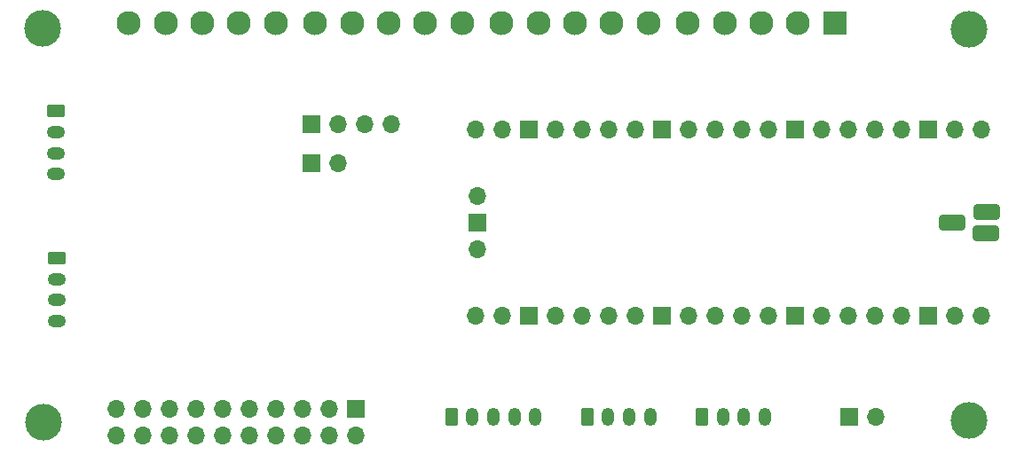
<source format=gbs>
%TF.GenerationSoftware,KiCad,Pcbnew,(6.0.11)*%
%TF.CreationDate,2023-02-10T19:10:44+09:00*%
%TF.ProjectId,PicoFightingBoard,5069636f-4669-4676-9874-696e67426f61,rev?*%
%TF.SameCoordinates,Original*%
%TF.FileFunction,Soldermask,Bot*%
%TF.FilePolarity,Negative*%
%FSLAX46Y46*%
G04 Gerber Fmt 4.6, Leading zero omitted, Abs format (unit mm)*
G04 Created by KiCad (PCBNEW (6.0.11)) date 2023-02-10 19:10:44*
%MOMM*%
%LPD*%
G01*
G04 APERTURE LIST*
G04 Aperture macros list*
%AMRoundRect*
0 Rectangle with rounded corners*
0 $1 Rounding radius*
0 $2 $3 $4 $5 $6 $7 $8 $9 X,Y pos of 4 corners*
0 Add a 4 corners polygon primitive as box body*
4,1,4,$2,$3,$4,$5,$6,$7,$8,$9,$2,$3,0*
0 Add four circle primitives for the rounded corners*
1,1,$1+$1,$2,$3*
1,1,$1+$1,$4,$5*
1,1,$1+$1,$6,$7*
1,1,$1+$1,$8,$9*
0 Add four rect primitives between the rounded corners*
20,1,$1+$1,$2,$3,$4,$5,0*
20,1,$1+$1,$4,$5,$6,$7,0*
20,1,$1+$1,$6,$7,$8,$9,0*
20,1,$1+$1,$8,$9,$2,$3,0*%
G04 Aperture macros list end*
%ADD10R,1.700000X1.700000*%
%ADD11O,1.700000X1.700000*%
%ADD12RoundRect,0.249999X-0.625001X0.350001X-0.625001X-0.350001X0.625001X-0.350001X0.625001X0.350001X0*%
%ADD13O,1.750000X1.200000*%
%ADD14RoundRect,0.249999X-0.350001X-0.625001X0.350001X-0.625001X0.350001X0.625001X-0.350001X0.625001X0*%
%ADD15O,1.200000X1.750000*%
%ADD16C,2.300000*%
%ADD17R,2.300000X2.300000*%
%ADD18C,3.500000*%
%ADD19RoundRect,0.300000X-0.950000X0.450000X-0.950000X-0.450000X0.950000X-0.450000X0.950000X0.450000X0*%
G04 APERTURE END LIST*
D10*
X184277000Y-120142000D03*
D11*
X186817000Y-120142000D03*
D10*
X137160000Y-119380000D03*
D11*
X137160000Y-121920000D03*
X134620000Y-119380000D03*
X134620000Y-121920000D03*
X132080000Y-119380000D03*
X132080000Y-121920000D03*
X129540000Y-119380000D03*
X129540000Y-121920000D03*
X127000000Y-119380000D03*
X127000000Y-121920000D03*
X124460000Y-119380000D03*
X124460000Y-121920000D03*
X121920000Y-119380000D03*
X121920000Y-121920000D03*
X119380000Y-119380000D03*
X119380000Y-121920000D03*
X116840000Y-119380000D03*
X116840000Y-121920000D03*
X114300000Y-119380000D03*
X114300000Y-121920000D03*
D12*
X108585000Y-90982800D03*
D13*
X108585000Y-92982800D03*
X108585000Y-94982800D03*
X108585000Y-96982800D03*
D14*
X146304000Y-120142000D03*
D15*
X148304000Y-120142000D03*
X150304000Y-120142000D03*
X152304000Y-120142000D03*
X154304000Y-120142000D03*
D14*
X159258000Y-120142000D03*
D15*
X161258000Y-120142000D03*
X163258000Y-120142000D03*
X165258000Y-120142000D03*
D16*
X129540000Y-82550000D03*
X126040000Y-82550000D03*
X122540000Y-82550000D03*
X119040000Y-82550000D03*
X115540000Y-82550000D03*
X147320000Y-82550000D03*
X143820000Y-82550000D03*
X140320000Y-82550000D03*
X136820000Y-82550000D03*
X133320000Y-82550000D03*
X165100000Y-82550000D03*
X161600000Y-82550000D03*
X158100000Y-82550000D03*
X154600000Y-82550000D03*
X151100000Y-82550000D03*
D17*
X182880000Y-82550000D03*
D16*
X179380000Y-82550000D03*
X175880000Y-82550000D03*
X172380000Y-82550000D03*
X168880000Y-82550000D03*
D14*
X170212000Y-120142000D03*
D15*
X172212000Y-120142000D03*
X174212000Y-120142000D03*
X176212000Y-120142000D03*
D12*
X108610400Y-105003600D03*
D13*
X108610400Y-107003600D03*
X108610400Y-109003600D03*
X108610400Y-111003600D03*
D18*
X107300000Y-83100000D03*
X107400000Y-120700000D03*
X195700000Y-120500000D03*
X195700000Y-83200000D03*
D11*
X196830000Y-92710000D03*
X194290000Y-92710000D03*
D10*
X191750000Y-92710000D03*
D11*
X189210000Y-92710000D03*
X186670000Y-92710000D03*
X184130000Y-92710000D03*
X181590000Y-92710000D03*
D10*
X179050000Y-92710000D03*
D11*
X176510000Y-92710000D03*
X173970000Y-92710000D03*
X171430000Y-92710000D03*
X168890000Y-92710000D03*
D10*
X166350000Y-92710000D03*
D11*
X163810000Y-92710000D03*
X161270000Y-92710000D03*
X158730000Y-92710000D03*
X156190000Y-92710000D03*
D10*
X153650000Y-92710000D03*
D11*
X151110000Y-92710000D03*
X148570000Y-92710000D03*
X148570000Y-110490000D03*
X151110000Y-110490000D03*
D10*
X153650000Y-110490000D03*
D11*
X156190000Y-110490000D03*
X158730000Y-110490000D03*
X161270000Y-110490000D03*
X163810000Y-110490000D03*
D10*
X166350000Y-110490000D03*
D11*
X168890000Y-110490000D03*
X171430000Y-110490000D03*
X173970000Y-110490000D03*
X176510000Y-110490000D03*
D10*
X179050000Y-110490000D03*
D11*
X181590000Y-110490000D03*
X184130000Y-110490000D03*
X186670000Y-110490000D03*
X189210000Y-110490000D03*
D10*
X191750000Y-110490000D03*
D11*
X194290000Y-110490000D03*
X196830000Y-110490000D03*
X148800000Y-99060000D03*
D10*
X148800000Y-101600000D03*
D11*
X148800000Y-104140000D03*
D19*
X194050000Y-101600000D03*
X197330000Y-102600000D03*
X197350000Y-100600000D03*
D10*
X132950000Y-92250000D03*
D11*
X135490000Y-92250000D03*
X138030000Y-92250000D03*
X140570000Y-92250000D03*
D10*
X132925000Y-95950000D03*
D11*
X135465000Y-95950000D03*
M02*

</source>
